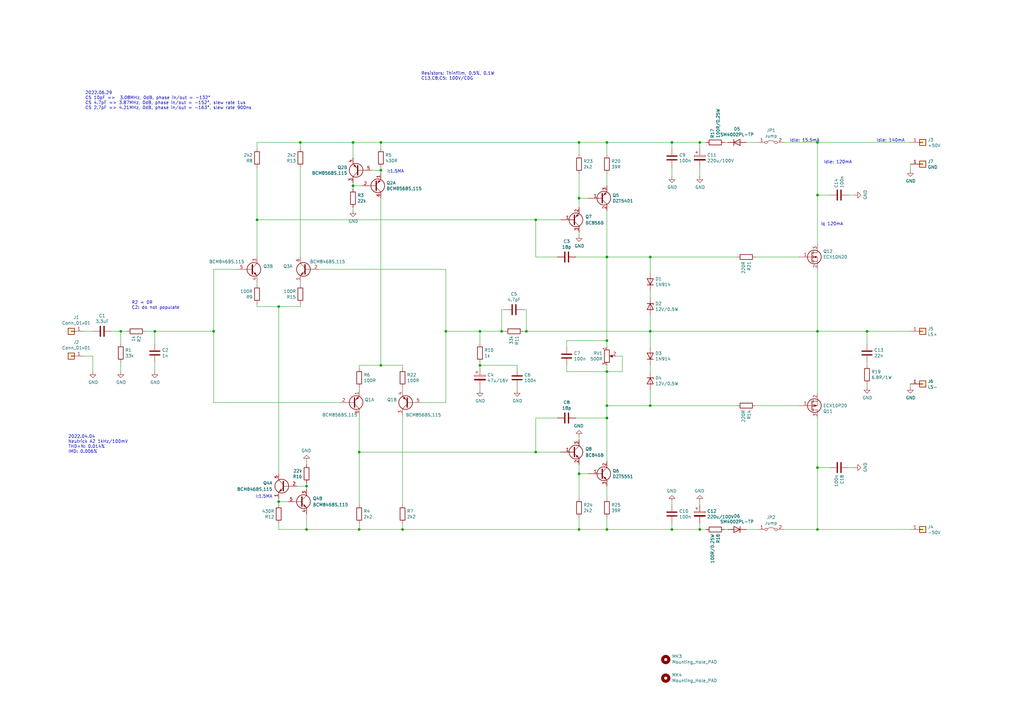
<source format=kicad_sch>
(kicad_sch (version 20211123) (generator eeschema)
  (paper "A3")
  (title_block (title "Lateral MOS FET 80W") (date "2022-04-04") (rev "V3a"))
  (lib_symbols
    (symbol "Connector_Generic:Conn_01x01" (pin_names (offset 1.016) hide)
      (property "Reference" "J" (at 0 2.54 0))
      (property "Value" "Conn_01x01" (at 0 -2.54 0))
      (symbol "Conn_01x01_1_1"
        (rectangle (start -1.27 0.127) (end 0 -0.127) (stroke (width 0.1524)))
        (rectangle (start -1.27 1.27) (end 1.27 -1.27) (stroke (width 0.254)) (fill (type background)))
        (pin passive line (at -5.08 0 0) (length 3.81) (name "Pin_1") (number "1"))
      )
    )
    (symbol "Device:C" (pin_numbers hide) (pin_names (offset 0.254))
      (property "Reference" "C" (at 0.635 2.54 0))
      (property "Value" "C" (at 0.635 -2.54 0))
      (symbol "C_0_1"
        (polyline (pts (xy -2.032 -0.762) (xy 2.032 -0.762)) (stroke (width 0.508)))
        (polyline (pts (xy -2.032 0.762) (xy 2.032 0.762)) (stroke (width 0.508)))
      )
      (symbol "C_1_1"
        (pin passive line (at 0 3.81 270) (length 2.794) (name "~") (number "1"))
        (pin passive line (at 0 -3.81 90) (length 2.794) (name "~") (number "2"))
      )
    )
    (symbol "Device:CP" (pin_numbers hide) (pin_names (offset 0.254))
      (property "Reference" "C" (at 0.635 2.54 0))
      (property "Value" "Device_CP" (at 0.635 -2.54 0))
      (symbol "CP_0_1"
        (rectangle (start -2.286 0.508) (end 2.286 1.016))
        (polyline (pts (xy -1.778 2.286) (xy -0.762 2.286)))
        (polyline (pts (xy -1.27 2.794) (xy -1.27 1.778)))
        (rectangle (start 2.286 -0.508) (end -2.286 -1.016) (fill (type outline)))
      )
      (symbol "CP_1_1"
        (pin passive line (at 0 3.81 270) (length 2.794) (name "~") (number "1"))
        (pin passive line (at 0 -3.81 90) (length 2.794) (name "~") (number "2"))
      )
    )
    (symbol "Device:R" (pin_numbers hide) (pin_names (offset 0))
      (property "Reference" "R" (at 2.032 0 90))
      (property "Value" "R" (at 0 0 90))
      (symbol "R_0_1"
        (rectangle (start -1.016 -2.54) (end 1.016 2.54) (stroke (width 0.254)))
      )
      (symbol "R_1_1"
        (pin passive line (at 0 3.81 270) (length 1.27) (name "~") (number "1"))
        (pin passive line (at 0 -3.81 90) (length 1.27) (name "~") (number "2"))
      )
    )
    (symbol "Device:R_POT" (pin_names (offset 1.016) hide)
      (property "Reference" "RV" (at -4.445 0 90))
      (property "Value" "Device_R_POT" (at -2.54 0 90))
      (symbol "R_POT_0_1"
        (polyline (pts (xy 2.54 0) (xy 1.524 0)))
        (polyline (pts (xy 1.143 0) (xy 2.286 0.508) (xy 2.286 -0.508) (xy 1.143 0)) (fill (type outline)))
        (rectangle (start 1.016 2.54) (end -1.016 -2.54) (stroke (width 0.254)))
      )
      (symbol "R_POT_1_1"
        (pin passive line (at 0 3.81 270) (length 1.27) (name "1") (number "1"))
        (pin passive line (at 3.81 0 180) (length 1.27) (name "2") (number "2"))
        (pin passive line (at 0 -3.81 90) (length 1.27) (name "3") (number "3"))
      )
    )
    (symbol "Diode:1N4002" (pin_numbers hide) (pin_names (offset 1.016) hide)
      (property "Reference" "D" (at 0 2.54 0))
      (property "Value" "1N4002" (at 0 -2.54 0))
      (symbol "1N4002_0_1"
        (polyline (pts (xy -1.27 1.27) (xy -1.27 -1.27)) (stroke (width 0.254)))
        (polyline (pts (xy 1.27 0) (xy -1.27 0)))
        (polyline (pts (xy 1.27 1.27) (xy 1.27 -1.27) (xy -1.27 0) (xy 1.27 1.27)) (stroke (width 0.254)))
      )
      (symbol "1N4002_1_1"
        (pin passive line (at -3.81 0 0) (length 2.54) (name "K") (number "1"))
        (pin passive line (at 3.81 0 180) (length 2.54) (name "A") (number "2"))
      )
    )
    (symbol "Diode:1N4148" (pin_numbers hide) (pin_names (offset 1.016) hide)
      (property "Reference" "D" (at 0 2.54 0))
      (property "Value" "1N4148" (at 0 -2.54 0))
      (symbol "1N4148_0_1"
        (polyline (pts (xy -1.27 1.27) (xy -1.27 -1.27)) (stroke (width 0.254)))
        (polyline (pts (xy 1.27 0) (xy -1.27 0)))
        (polyline (pts (xy 1.27 1.27) (xy 1.27 -1.27) (xy -1.27 0) (xy 1.27 1.27)) (stroke (width 0.254)))
      )
      (symbol "1N4148_1_1"
        (pin passive line (at -3.81 0 0) (length 2.54) (name "K") (number "1"))
        (pin passive line (at 3.81 0 180) (length 2.54) (name "A") (number "2"))
      )
    )
    (symbol "Diode:ZPDxx" (pin_numbers hide) (pin_names (offset 1.016) hide)
      (property "Reference" "D" (at 0 2.54 0))
      (property "Value" "ZPDxx" (at 0 -2.54 0))
      (symbol "ZPDxx_0_1"
        (polyline (pts (xy 1.27 0) (xy -1.27 0)))
        (polyline (pts (xy -1.27 -1.27) (xy -1.27 1.27) (xy -0.762 1.27)) (stroke (width 0.254)))
        (polyline (pts (xy 1.27 -1.27) (xy 1.27 1.27) (xy -1.27 0) (xy 1.27 -1.27)) (stroke (width 0.254)))
      )
      (symbol "ZPDxx_1_1"
        (pin passive line (at -3.81 0 0) (length 2.54) (name "K") (number "1"))
        (pin passive line (at 3.81 0 180) (length 2.54) (name "A") (number "2"))
      )
    )
    (symbol "Jumper:Jumper_2_Bridged" (pin_names (offset 0) hide)
      (property "Reference" "JP" (at 0 1.905 0))
      (property "Value" "Jumper_2_Bridged" (at 0 -2.54 0))
      (symbol "Jumper_2_Bridged_0_0"
        (circle (center -2.032 0) (radius 0.508))
        (circle (center 2.032 0) (radius 0.508))
      )
      (symbol "Jumper_2_Bridged_0_1"
        (arc (start 1.524 0.254) (mid 0 0.762) (end -1.524 0.254))
      )
      (symbol "Jumper_2_Bridged_1_1"
        (pin passive line (at -5.08 0 0) (length 2.54) (name "A") (number "1"))
        (pin passive line (at 5.08 0 180) (length 2.54) (name "B") (number "2"))
      )
    )
    (symbol "Mechanical:MountingHole" (pin_names (offset 1.016))
      (property "Reference" "H" (at 0 5.08 0))
      (property "Value" "MountingHole" (at 0 3.175 0))
      (symbol "MountingHole_0_1"
        (circle (center 0 0) (radius 1.27) (stroke (width 1.27)))
      )
    )
    (symbol "Transistor_BJT:BC846" (pin_names (offset 0) hide)
      (property "Reference" "Q" (at 5.08 1.905 0))
      (property "Value" "BC846" (at 5.08 0 0))
      (symbol "BC846_0_1"
        (polyline (pts (xy 0.635 0.635) (xy 2.54 2.54)))
        (polyline (pts (xy 0.635 -0.635) (xy 2.54 -2.54) (xy 2.54 -2.54)))
        (polyline (pts (xy 0.635 1.905) (xy 0.635 -1.905) (xy 0.635 -1.905)) (stroke (width 0.508)))
        (polyline (pts (xy 1.27 -1.778) (xy 1.778 -1.27) (xy 2.286 -2.286) (xy 1.27 -1.778) (xy 1.27 -1.778)) (fill (type outline)))
        (circle (center 1.27 0) (radius 2.8194) (stroke (width 0.254)))
      )
      (symbol "BC846_1_1"
        (pin input line (at -5.08 0 0) (length 5.715) (name "B") (number "1"))
        (pin passive line (at 2.54 -5.08 90) (length 2.54) (name "E") (number "2"))
        (pin passive line (at 2.54 5.08 270) (length 2.54) (name "C") (number "3"))
      )
    )
    (symbol "Transistor_BJT:BC846BDW1" (pin_names (offset 0) hide)
      (property "Reference" "Q" (at 5.08 1.27 0))
      (property "Value" "BC846BDW1" (at 5.08 -1.27 0))
      (symbol "BC846BDW1_0_1"
        (polyline (pts (xy 0.635 0) (xy -2.54 0)))
        (polyline (pts (xy 0.635 0.635) (xy 2.54 2.54)))
        (polyline (pts (xy 0.635 -0.635) (xy 2.54 -2.54) (xy 2.54 -2.54)))
        (polyline (pts (xy 0.635 1.905) (xy 0.635 -1.905) (xy 0.635 -1.905)) (stroke (width 0.508)))
        (polyline (pts (xy 1.27 -1.778) (xy 1.778 -1.27) (xy 2.286 -2.286) (xy 1.27 -1.778) (xy 1.27 -1.778)) (fill (type outline)))
        (circle (center 1.27 0) (radius 2.8194) (stroke (width 0.254)))
      )
      (symbol "BC846BDW1_1_1"
        (pin passive line (at 2.54 -5.08 90) (length 2.54) (name "E1") (number "1"))
        (pin input line (at -5.08 0 0) (length 2.54) (name "B1") (number "2"))
        (pin passive line (at 2.54 5.08 270) (length 2.54) (name "C1") (number "6"))
      )
      (symbol "BC846BDW1_2_1"
        (pin passive line (at 2.54 5.08 270) (length 2.54) (name "C2") (number "3"))
        (pin passive line (at 2.54 -5.08 90) (length 2.54) (name "E2") (number "4"))
        (pin input line (at -5.08 0 0) (length 2.54) (name "B2") (number "5"))
      )
    )
    (symbol "Transistor_BJT:BC856" (pin_names (offset 0) hide)
      (property "Reference" "Q" (at 5.08 1.905 0))
      (property "Value" "BC856" (at 5.08 0 0))
      (symbol "BC856_0_1"
        (polyline (pts (xy 0.635 0.635) (xy 2.54 2.54)))
        (polyline (pts (xy 0.635 -0.635) (xy 2.54 -2.54) (xy 2.54 -2.54)))
        (polyline (pts (xy 0.635 1.905) (xy 0.635 -1.905) (xy 0.635 -1.905)) (stroke (width 0.508)))
        (polyline (pts (xy 2.286 -1.778) (xy 1.778 -2.286) (xy 1.27 -1.27) (xy 2.286 -1.778) (xy 2.286 -1.778)) (fill (type outline)))
        (circle (center 1.27 0) (radius 2.8194) (stroke (width 0.254)))
      )
      (symbol "BC856_1_1"
        (pin input line (at -5.08 0 0) (length 5.715) (name "B") (number "1"))
        (pin passive line (at 2.54 -5.08 90) (length 2.54) (name "E") (number "2"))
        (pin passive line (at 2.54 5.08 270) (length 2.54) (name "C") (number "3"))
      )
    )
    (symbol "Transistor_BJT:BC856BS" (pin_names (offset 0) hide)
      (property "Reference" "Q" (at 5.08 1.27 0))
      (property "Value" "BC856BS" (at 5.08 -1.27 0))
      (symbol "BC856BS_0_1"
        (polyline (pts (xy 0.635 0) (xy -2.54 0)))
        (polyline (pts (xy 0.635 0.635) (xy 2.54 2.54)))
        (polyline (pts (xy 0.635 -0.635) (xy 2.54 -2.54) (xy 2.54 -2.54)))
        (polyline (pts (xy 0.635 1.905) (xy 0.635 -1.905) (xy 0.635 -1.905)) (stroke (width 0.508)))
        (polyline (pts (xy 2.286 -1.778) (xy 1.778 -2.286) (xy 1.27 -1.27) (xy 2.286 -1.778) (xy 2.286 -1.778)) (fill (type outline)))
        (circle (center 1.27 0) (radius 2.8194) (stroke (width 0.254)))
      )
      (symbol "BC856BS_1_1"
        (pin passive line (at 2.54 -5.08 90) (length 2.54) (name "E1") (number "1"))
        (pin input line (at -5.08 0 0) (length 2.54) (name "B1") (number "2"))
        (pin passive line (at 2.54 5.08 270) (length 2.54) (name "C1") (number "6"))
      )
      (symbol "BC856BS_2_1"
        (pin passive line (at 2.54 5.08 270) (length 2.54) (name "C2") (number "3"))
        (pin passive line (at 2.54 -5.08 90) (length 2.54) (name "E2") (number "4"))
        (pin input line (at -5.08 0 0) (length 2.54) (name "B2") (number "5"))
      )
    )
    (symbol "kicad-snk:DZT5401" (pin_names (offset 0) hide)
      (property "Reference" "Q" (at 5.08 1.905 0))
      (property "Value" "kicad-snk_DZT5401" (at 5.08 0 0))
      (symbol "DZT5401_0_1"
        (polyline (pts (xy 0.635 0.635) (xy 2.54 2.54)))
        (polyline (pts (xy 0.635 -0.635) (xy 2.54 -2.54) (xy 2.54 -2.54)))
        (polyline (pts (xy 0.635 1.905) (xy 0.635 -1.905) (xy 0.635 -1.905)) (stroke (width 0.508)))
        (polyline (pts (xy 2.286 -1.778) (xy 1.778 -2.286) (xy 1.27 -1.27) (xy 2.286 -1.778) (xy 2.286 -1.778)) (fill (type outline)))
        (circle (center 1.27 0) (radius 2.8194) (stroke (width 0.254)))
      )
      (symbol "DZT5401_1_1"
        (pin input line (at -5.08 0 0) (length 5.715) (name "B") (number "1"))
        (pin passive line (at 2.54 5.08 270) (length 2.54) (name "C") (number "2"))
        (pin passive line (at 2.54 -5.08 90) (length 2.54) (name "E") (number "3"))
      )
    )
    (symbol "kicad-snk:DZT5551" (pin_names (offset 0) hide)
      (property "Reference" "Q" (at 5.08 1.905 0))
      (property "Value" "kicad-snk_DZT5551" (at 5.08 0 0))
      (symbol "DZT5551_0_1"
        (polyline (pts (xy 0.635 0.635) (xy 2.54 2.54)))
        (polyline (pts (xy 0.635 -0.635) (xy 2.54 -2.54) (xy 2.54 -2.54)))
        (polyline (pts (xy 0.635 1.905) (xy 0.635 -1.905) (xy 0.635 -1.905)) (stroke (width 0.508)))
        (polyline (pts (xy 1.27 -1.778) (xy 1.778 -1.27) (xy 2.286 -2.286) (xy 1.27 -1.778) (xy 1.27 -1.778)) (fill (type outline)))
        (circle (center 1.27 0) (radius 2.8194) (stroke (width 0.254)))
      )
      (symbol "DZT5551_1_1"
        (pin input line (at -5.08 0 0) (length 5.715) (name "B") (number "1"))
        (pin passive line (at 2.54 5.08 270) (length 2.54) (name "C") (number "2"))
        (pin passive line (at 2.54 -5.08 90) (length 2.54) (name "E") (number "3"))
      )
    )
    (symbol "kicad-snk:Q_NMOS_GSD" (pin_names (offset 0) hide)
      (property "Reference" "Q" (at 7.62 1.27 0))
      (property "Value" "kicad-snk_Q_NMOS_GSD" (at 16.51 -1.27 0))
      (symbol "Q_NMOS_GSD_0_1"
        (polyline (pts (xy 0.762 -1.778) (xy 2.54 -1.778)))
        (polyline (pts (xy 0.762 -1.27) (xy 0.762 -2.286)) (stroke (width 0.254)))
        (polyline (pts (xy 0.762 0) (xy 2.54 0)))
        (polyline (pts (xy 0.762 0.508) (xy 0.762 -0.508)) (stroke (width 0.254)))
        (polyline (pts (xy 0.762 1.778) (xy 2.54 1.778)))
        (polyline (pts (xy 0.762 2.286) (xy 0.762 1.27)) (stroke (width 0.254)))
        (polyline (pts (xy 2.54 -1.778) (xy 2.54 -2.54)))
        (polyline (pts (xy 2.54 -1.778) (xy 2.54 0)))
        (polyline (pts (xy 2.54 2.54) (xy 2.54 1.778)))
        (polyline (pts (xy 0.254 1.905) (xy 0.254 -1.905) (xy 0.254 -1.905)) (stroke (width 0.254)))
        (polyline (pts (xy 1.016 0) (xy 2.032 0.381) (xy 2.032 -0.381) (xy 1.016 0)) (fill (type outline)))
        (circle (center 1.27 0) (radius 2.8194) (stroke (width 0.254)))
      )
      (symbol "Q_NMOS_GSD_1_1"
        (pin input line (at -5.08 0 0) (length 5.334) (name "G") (number "1"))
        (pin passive line (at 2.54 -5.08 90) (length 2.54) (name "S") (number "2"))
        (pin passive line (at 2.54 5.08 270) (length 2.54) (name "D") (number "3"))
      )
    )
    (symbol "kicad-snk:Q_PMOS_GSD" (pin_names (offset 0) hide)
      (property "Reference" "Q" (at 7.62 1.27 0))
      (property "Value" "kicad-snk_Q_PMOS_GSD" (at 16.51 -1.27 0))
      (symbol "Q_PMOS_GSD_0_1"
        (polyline (pts (xy 0.762 -1.778) (xy 2.54 -1.778)))
        (polyline (pts (xy 0.762 -1.27) (xy 0.762 -2.286)) (stroke (width 0.254)))
        (polyline (pts (xy 0.762 0) (xy 2.54 0)))
        (polyline (pts (xy 0.762 0.508) (xy 0.762 -0.508)) (stroke (width 0.254)))
        (polyline (pts (xy 0.762 1.778) (xy 2.54 1.778)))
        (polyline (pts (xy 0.762 2.286) (xy 0.762 1.27)) (stroke (width 0.254)))
        (polyline (pts (xy 2.54 -1.778) (xy 2.54 -2.54)))
        (polyline (pts (xy 2.54 -1.778) (xy 2.54 0)))
        (polyline (pts (xy 2.54 2.54) (xy 2.54 1.778)))
        (polyline (pts (xy 0.254 1.905) (xy 0.254 -1.905) (xy 0.254 -1.905)) (stroke (width 0.254)))
        (polyline (pts (xy 2.286 0) (xy 1.27 -0.381) (xy 1.27 0.381) (xy 2.286 0)) (fill (type outline)))
        (circle (center 1.27 0) (radius 2.8194) (stroke (width 0.254)))
      )
      (symbol "Q_PMOS_GSD_1_1"
        (pin input line (at -5.08 0 0) (length 5.334) (name "G") (number "1"))
        (pin passive line (at 2.54 -5.08 90) (length 2.54) (name "D") (number "2"))
        (pin passive line (at 2.54 5.08 270) (length 2.54) (name "S") (number "3"))
      )
    )
    (symbol "power:GND" (power) (pin_names (offset 0))
      (property "Value" "GND" (at 0 -3.81 0))
      (symbol "GND_0_1"
        (polyline (pts (xy 0 0) (xy 0 -1.27) (xy 1.27 -1.27) (xy 0 -2.54) (xy -1.27 -1.27) (xy 0 -1.27)))
      )
      (symbol "GND_1_1"
        (pin power_in line (at 0 0 270) (length 0) hide (name "GND") (number "1"))
      )
    )
  )
  (junction (at 248.92 58.42))
  (junction (at 266.7 166.37))
  (junction (at 266.7 105.41))
  (junction (at 248.92 166.37))
  (junction (at 266.7 135.89))
  (junction (at 237.49 194.31))
  (junction (at 335.28 217.17))
  (junction (at 219.71 185.42))
  (junction (at 355.6 135.89))
  (junction (at 87.63 135.89))
  (junction (at 114.3 205.74))
  (junction (at 156.21 149.86))
  (junction (at 63.5 135.89))
  (junction (at 248.92 217.17))
  (junction (at 248.92 139.7))
  (junction (at 237.49 58.42))
  (junction (at 248.92 105.41))
  (junction (at 147.32 217.17))
  (junction (at 248.92 171.45))
  (junction (at 49.53 135.89))
  (junction (at 156.21 58.42))
  (junction (at 105.41 90.17))
  (junction (at 248.92 152.4))
  (junction (at 275.59 58.42))
  (junction (at 275.59 217.17))
  (junction (at 125.73 217.17))
  (junction (at 125.73 199.39))
  (junction (at 335.28 191.77))
  (junction (at 287.02 58.42))
  (junction (at 196.85 135.89))
  (junction (at 182.88 135.89))
  (junction (at 165.1 217.17))
  (junction (at 215.9 135.89))
  (junction (at 205.74 135.89))
  (junction (at 335.28 135.89))
  (junction (at 156.21 69.85))
  (junction (at 114.3 125.73))
  (junction (at 144.78 76.2))
  (junction (at 147.32 185.42))
  (junction (at 123.19 58.42))
  (junction (at 144.78 58.42))
  (junction (at 237.49 81.28))
  (junction (at 237.49 217.17))
  (junction (at 196.85 149.86))
  (junction (at 287.02 217.17))
  (junction (at 335.28 80.01))
  (junction (at 335.28 58.42))
  (junction (at 219.71 90.17))
  (wire (pts (xy 38.1 146.05) (xy 34.29 146.05)))
  (wire (pts (xy 219.71 171.45) (xy 219.71 185.42)))
  (wire (pts (xy 236.22 171.45) (xy 248.92 171.45)))
  (wire (pts (xy 255.27 152.4) (xy 255.27 146.05)))
  (wire (pts (xy 205.74 127) (xy 205.74 135.89)))
  (wire (pts (xy 219.71 105.41) (xy 219.71 90.17)))
  (wire (pts (xy 123.19 116.84) (xy 123.19 115.57)))
  (wire (pts (xy 212.09 149.86) (xy 196.85 149.86)))
  (wire (pts (xy 335.28 217.17) (xy 335.28 191.77)))
  (wire (pts (xy 248.92 166.37) (xy 266.7 166.37)))
  (wire (pts (xy 207.01 127) (xy 205.74 127)))
  (wire (pts (xy 212.09 151.13) (xy 212.09 149.86)))
  (wire (pts (xy 165.1 170.18) (xy 165.1 207.01)))
  (wire (pts (xy 266.7 111.76) (xy 266.7 105.41)))
  (wire (pts (xy 237.49 85.09) (xy 237.49 81.28)))
  (wire (pts (xy 275.59 58.42) (xy 275.59 60.96)))
  (wire (pts (xy 125.73 199.39) (xy 121.92 199.39)))
  (wire (pts (xy 34.29 135.89) (xy 38.1 135.89)))
  (wire (pts (xy 152.4 69.85) (xy 156.21 69.85)))
  (wire (pts (xy 266.7 129.54) (xy 266.7 135.89)))
  (wire (pts (xy 275.59 68.58) (xy 275.59 72.39)))
  (wire (pts (xy 340.36 80.01) (xy 335.28 80.01)))
  (wire (pts (xy 340.36 191.77) (xy 335.28 191.77)))
  (wire (pts (xy 248.92 217.17) (xy 275.59 217.17)))
  (wire (pts (xy 125.73 217.17) (xy 147.32 217.17)))
  (wire (pts (xy 144.78 76.2) (xy 148.59 76.2)))
  (wire (pts (xy 63.5 135.89) (xy 87.63 135.89)))
  (wire (pts (xy 237.49 179.07) (xy 237.49 180.34)))
  (wire (pts (xy 287.02 58.42) (xy 287.02 60.96)))
  (wire (pts (xy 123.19 60.96) (xy 123.19 58.42)))
  (wire (pts (xy 335.28 100.33) (xy 335.28 80.01)))
  (wire (pts (xy 321.31 58.42) (xy 335.28 58.42)))
  (wire (pts (xy 139.7 165.1) (xy 87.63 165.1)))
  (wire (pts (xy 196.85 149.86) (xy 196.85 148.59)))
  (wire (pts (xy 105.41 90.17) (xy 105.41 68.58)))
  (wire (pts (xy 248.92 152.4) (xy 255.27 152.4)))
  (wire (pts (xy 335.28 110.49) (xy 335.28 135.89)))
  (wire (pts (xy 147.32 170.18) (xy 147.32 185.42)))
  (wire (pts (xy 248.92 58.42) (xy 237.49 58.42)))
  (wire (pts (xy 298.45 58.42) (xy 297.18 58.42)))
  (wire (pts (xy 105.41 60.96) (xy 105.41 58.42)))
  (wire (pts (xy 63.5 140.97) (xy 63.5 135.89)))
  (wire (pts (xy 237.49 217.17) (xy 248.92 217.17)))
  (wire (pts (xy 309.88 166.37) (xy 327.66 166.37)))
  (wire (pts (xy 165.1 217.17) (xy 237.49 217.17)))
  (wire (pts (xy 105.41 124.46) (xy 105.41 125.73)))
  (wire (pts (xy 105.41 105.41) (xy 105.41 90.17)))
  (wire (pts (xy 248.92 204.47) (xy 248.92 199.39)))
  (wire (pts (xy 248.92 152.4) (xy 248.92 166.37)))
  (wire (pts (xy 266.7 160.02) (xy 266.7 166.37)))
  (wire (pts (xy 219.71 90.17) (xy 229.87 90.17)))
  (wire (pts (xy 248.92 166.37) (xy 248.92 171.45)))
  (wire (pts (xy 165.1 158.75) (xy 165.1 160.02)))
  (wire (pts (xy 373.38 67.31) (xy 373.38 69.85)))
  (wire (pts (xy 248.92 142.24) (xy 248.92 139.7)))
  (wire (pts (xy 125.73 190.5) (xy 125.73 189.23)))
  (wire (pts (xy 228.6 171.45) (xy 219.71 171.45)))
  (wire (pts (xy 144.78 74.93) (xy 144.78 76.2)))
  (wire (pts (xy 156.21 58.42) (xy 144.78 58.42)))
  (wire (pts (xy 335.28 80.01) (xy 335.28 58.42)))
  (wire (pts (xy 123.19 58.42) (xy 105.41 58.42)))
  (wire (pts (xy 248.92 149.86) (xy 248.92 152.4)))
  (wire (pts (xy 144.78 58.42) (xy 144.78 64.77)))
  (wire (pts (xy 248.92 76.2) (xy 248.92 71.12)))
  (wire (pts (xy 182.88 110.49) (xy 182.88 135.89)))
  (wire (pts (xy 105.41 90.17) (xy 219.71 90.17)))
  (wire (pts (xy 335.28 171.45) (xy 335.28 191.77)))
  (wire (pts (xy 266.7 105.41) (xy 302.26 105.41)))
  (wire (pts (xy 355.6 140.97) (xy 355.6 135.89)))
  (wire (pts (xy 63.5 152.4) (xy 63.5 148.59)))
  (wire (pts (xy 147.32 185.42) (xy 147.32 207.01)))
  (wire (pts (xy 49.53 152.4) (xy 49.53 148.59)))
  (wire (pts (xy 355.6 158.75) (xy 355.6 157.48)))
  (wire (pts (xy 237.49 58.42) (xy 237.49 63.5)))
  (wire (pts (xy 147.32 158.75) (xy 147.32 160.02)))
  (wire (pts (xy 237.49 71.12) (xy 237.49 81.28)))
  (wire (pts (xy 248.92 217.17) (xy 248.92 212.09)))
  (wire (pts (xy 125.73 199.39) (xy 125.73 198.12)))
  (wire (pts (xy 232.41 142.24) (xy 232.41 139.7)))
  (wire (pts (xy 125.73 200.66) (xy 125.73 199.39)))
  (wire (pts (xy 165.1 149.86) (xy 156.21 149.86)))
  (wire (pts (xy 309.88 105.41) (xy 327.66 105.41)))
  (wire (pts (xy 350.52 80.01) (xy 347.98 80.01)))
  (wire (pts (xy 147.32 214.63) (xy 147.32 217.17)))
  (wire (pts (xy 287.02 217.17) (xy 275.59 217.17)))
  (wire (pts (xy 215.9 135.89) (xy 215.9 127)))
  (wire (pts (xy 105.41 125.73) (xy 114.3 125.73)))
  (wire (pts (xy 237.49 95.25) (xy 237.49 96.52)))
  (wire (pts (xy 287.02 214.63) (xy 287.02 217.17)))
  (wire (pts (xy 156.21 58.42) (xy 156.21 60.96)))
  (wire (pts (xy 196.85 135.89) (xy 196.85 140.97)))
  (wire (pts (xy 114.3 205.74) (xy 114.3 204.47)))
  (wire (pts (xy 355.6 149.86) (xy 355.6 148.59)))
  (wire (pts (xy 147.32 185.42) (xy 219.71 185.42)))
  (wire (pts (xy 182.88 110.49) (xy 130.81 110.49)))
  (wire (pts (xy 114.3 125.73) (xy 114.3 194.31)))
  (wire (pts (xy 156.21 149.86) (xy 147.32 149.86)))
  (wire (pts (xy 172.72 165.1) (xy 182.88 165.1)))
  (wire (pts (xy 144.78 85.09) (xy 144.78 86.36)))
  (wire (pts (xy 196.85 151.13) (xy 196.85 149.86)))
  (wire (pts (xy 212.09 160.02) (xy 212.09 158.75)))
  (wire (pts (xy 335.28 58.42) (xy 373.38 58.42)))
  (wire (pts (xy 49.53 140.97) (xy 49.53 135.89)))
  (wire (pts (xy 165.1 151.13) (xy 165.1 149.86)))
  (wire (pts (xy 373.38 135.89) (xy 355.6 135.89)))
  (wire (pts (xy 289.56 58.42) (xy 287.02 58.42)))
  (wire (pts (xy 237.49 194.31) (xy 241.3 194.31)))
  (wire (pts (xy 232.41 149.86) (xy 232.41 152.4)))
  (wire (pts (xy 123.19 58.42) (xy 144.78 58.42)))
  (wire (pts (xy 248.92 58.42) (xy 248.92 63.5)))
  (wire (pts (xy 215.9 135.89) (xy 266.7 135.89)))
  (wire (pts (xy 165.1 214.63) (xy 165.1 217.17)))
  (wire (pts (xy 287.02 68.58) (xy 287.02 72.39)))
  (wire (pts (xy 147.32 149.86) (xy 147.32 151.13)))
  (wire (pts (xy 355.6 135.89) (xy 335.28 135.89)))
  (wire (pts (xy 45.72 135.89) (xy 49.53 135.89)))
  (wire (pts (xy 266.7 152.4) (xy 266.7 149.86)))
  (wire (pts (xy 105.41 116.84) (xy 105.41 115.57)))
  (wire (pts (xy 87.63 135.89) (xy 87.63 110.49)))
  (wire (pts (xy 237.49 190.5) (xy 237.49 194.31)))
  (wire (pts (xy 87.63 165.1) (xy 87.63 135.89)))
  (wire (pts (xy 275.59 207.01) (xy 275.59 205.74)))
  (wire (pts (xy 237.49 212.09) (xy 237.49 217.17)))
  (wire (pts (xy 196.85 160.02) (xy 196.85 158.75)))
  (wire (pts (xy 63.5 135.89) (xy 59.69 135.89)))
  (wire (pts (xy 350.52 191.77) (xy 347.98 191.77)))
  (wire (pts (xy 248.92 171.45) (xy 248.92 189.23)))
  (wire (pts (xy 248.92 105.41) (xy 248.92 86.36)))
  (wire (pts (xy 156.21 81.28) (xy 156.21 149.86)))
  (wire (pts (xy 182.88 135.89) (xy 182.88 165.1)))
  (wire (pts (xy 232.41 152.4) (xy 248.92 152.4)))
  (wire (pts (xy 156.21 68.58) (xy 156.21 69.85)))
  (wire (pts (xy 252.73 146.05) (xy 255.27 146.05)))
  (wire (pts (xy 248.92 139.7) (xy 248.92 105.41)))
  (wire (pts (xy 114.3 207.01) (xy 114.3 205.74)))
  (wire (pts (xy 266.7 166.37) (xy 302.26 166.37)))
  (wire (pts (xy 306.07 217.17) (xy 311.15 217.17)))
  (wire (pts (xy 219.71 185.42) (xy 229.87 185.42)))
  (wire (pts (xy 298.45 217.17) (xy 297.18 217.17)))
  (wire (pts (xy 335.28 217.17) (xy 373.38 217.17)))
  (wire (pts (xy 123.19 125.73) (xy 123.19 124.46)))
  (wire (pts (xy 147.32 217.17) (xy 165.1 217.17)))
  (wire (pts (xy 287.02 205.74) (xy 287.02 207.01)))
  (wire (pts (xy 125.73 217.17) (xy 125.73 210.82)))
  (wire (pts (xy 248.92 105.41) (xy 266.7 105.41)))
  (wire (pts (xy 87.63 110.49) (xy 97.79 110.49)))
  (wire (pts (xy 266.7 142.24) (xy 266.7 135.89)))
  (wire (pts (xy 321.31 217.17) (xy 335.28 217.17)))
  (wire (pts (xy 114.3 217.17) (xy 125.73 217.17)))
  (wire (pts (xy 236.22 105.41) (xy 248.92 105.41)))
  (wire (pts (xy 52.07 135.89) (xy 49.53 135.89)))
  (wire (pts (xy 38.1 152.4) (xy 38.1 146.05)))
  (wire (pts (xy 205.74 135.89) (xy 196.85 135.89)))
  (wire (pts (xy 214.63 135.89) (xy 215.9 135.89)))
  (wire (pts (xy 207.01 135.89) (xy 205.74 135.89)))
  (wire (pts (xy 215.9 127) (xy 214.63 127)))
  (wire (pts (xy 182.88 135.89) (xy 196.85 135.89)))
  (wire (pts (xy 144.78 76.2) (xy 144.78 77.47)))
  (wire (pts (xy 232.41 139.7) (xy 248.92 139.7)))
  (wire (pts (xy 156.21 69.85) (xy 156.21 71.12)))
  (wire (pts (xy 275.59 214.63) (xy 275.59 217.17)))
  (wire (pts (xy 118.11 205.74) (xy 114.3 205.74)))
  (wire (pts (xy 275.59 58.42) (xy 248.92 58.42)))
  (wire (pts (xy 306.07 58.42) (xy 311.15 58.42)))
  (wire (pts (xy 228.6 105.41) (xy 219.71 105.41)))
  (wire (pts (xy 266.7 135.89) (xy 335.28 135.89)))
  (wire (pts (xy 237.49 194.31) (xy 237.49 204.47)))
  (wire (pts (xy 156.21 58.42) (xy 237.49 58.42)))
  (wire (pts (xy 266.7 121.92) (xy 266.7 119.38)))
  (wire (pts (xy 287.02 58.42) (xy 275.59 58.42)))
  (wire (pts (xy 123.19 105.41) (xy 123.19 68.58)))
  (wire (pts (xy 289.56 217.17) (xy 287.02 217.17)))
  (wire (pts (xy 237.49 81.28) (xy 241.3 81.28)))
  (wire (pts (xy 335.28 135.89) (xy 335.28 161.29)))
  (wire (pts (xy 114.3 217.17) (xy 114.3 214.63)))
  (wire (pts (xy 373.38 158.75) (xy 373.38 157.48)))
  (wire (pts (xy 114.3 125.73) (xy 123.19 125.73)))
  (text "2022.04.04\nNeutrick A2 1kHz/100mV\nTHD+N: 0.014%\nIMD: 0.006%" (at 27.94 186.055 0) (effects (font (size 1.27 1.27)) (justify left bottom)))
  (text "I:1.5MA" (at 111.76 204.47 180) (effects (font (size 1.27 1.27)) (justify right bottom)))
  (text "Resistors: Thinfilm, 0.5%, 0.1W\nC13,C8,C5: 100V/C0G\n" (at 172.72 33.02 0) (effects (font (size 1.27 1.27)) (justify left bottom)))
  (text "2022.06.29\nC5 10pF =>  3.08MHz, 0dB, phase in/out = -132°\nC5 4.7pF => 3.87MHz, 0dB, phase in/out = -152°, slew rate 1us\nC5 2.7pF => 4.21MHz, 0dB, phase in/out = -163°, slew rate 900ns\n" (at 34.925 45.085 0) (effects (font (size 1.27 1.27)) (justify left bottom)))
  (text "Idle: 120mA" (at 337.82 67.31 0) (effects (font (size 1.27 1.27)) (justify left bottom)))
  (text "Iq 120mA" (at 336.55 92.71 0) (effects (font (size 1.27 1.27)) (justify left bottom)))
  (text "Idle: 15.5mA" (at 323.85 58.42 0) (effects (font (size 1.27 1.27)) (justify left bottom)))
  (text "Idle: 140mA" (at 359.41 58.42 0) (effects (font (size 1.27 1.27)) (justify left bottom)))
  (text "R2 = 0R\nC2: do not populate" (at 53.975 127 0) (effects (font (size 1.27 1.27)) (justify left bottom)))
  (text "I:1.5MA" (at 158.75 71.12 0) (effects (font (size 1.27 1.27)) (justify left bottom)))
  (symbol (lib_id "Device:R") (at 55.88 135.89 270) (unit 1)
    (property "Reference" "R2" (at 57.0484 137.668 0) (effects (justify left)))
    (property "Value" "1k" (at 54.737 137.668 0) (effects (justify left)))
    (property "Footprint" "Resistor_SMD:R_0805_2012Metric_Pad1.20x1.40mm_HandSolder" (effects hide))
  )
  (symbol (lib_id "Device:C") (at 63.5 144.78 0) (unit 1)
    (property "Reference" "C2" (at 66.421 143.6116 0) (effects (justify left)))
    (property "Value" "1n" (at 66.421 145.923 0) (effects (justify left)))
    (property "Footprint" "Capacitor_THT:C_Rect_L7.2mm_W2.5mm_P5.00mm_FKS2_FKP2_MKS2_MKP2" (effects hide))
  )
  (symbol (lib_id "Device:C") (at 41.91 135.89 270) (unit 1)
    (property "Reference" "C1" (at 41.91 129.4892 90))
    (property "Value" "3.3uF" (at 41.91 131.8006 90))
    (property "Footprint" "Capacitor_THT:C_Rect_L7.2mm_W7.2mm_P5.00mm_FKS2_FKP2_MKS2_MKP2" (effects hide))
  )
  (symbol (lib_id "power:GND") (at 49.53 152.4 0) (unit 1)
    (property "Reference" "#PWR0101" (effects hide))
    (property "Value" "GND" (at 49.657 156.7942 0))
  )
  (symbol (lib_id "Device:R") (at 49.53 144.78 0) (unit 1)
    (property "Reference" "R1" (at 51.308 143.6116 0) (effects (justify left)))
    (property "Value" "33k" (at 51.308 145.923 0) (effects (justify left)))
    (property "Footprint" "Resistor_SMD:R_0805_2012Metric_Pad1.20x1.40mm_HandSolder" (effects hide))
  )
  (symbol (lib_id "power:GND") (at 38.1 152.4 0) (unit 1)
    (property "Reference" "#PWR0102" (effects hide))
    (property "Value" "GND" (at 38.227 156.7942 0))
  )
  (symbol (lib_id "Connector_Generic:Conn_01x01") (at 29.21 135.89 180) (unit 1)
    (property "Reference" "J1" (at 31.2928 130.175 0))
    (property "Value" "Conn_01x01" (at 31.2928 132.4864 0))
    (property "Footprint" "Connector_Pin:Pin_D1.0mm_L10.0mm" (effects hide))
  )
  (symbol (lib_id "Connector_Generic:Conn_01x01") (at 29.21 146.05 180) (unit 1)
    (property "Reference" "J2" (at 31.2928 140.335 0))
    (property "Value" "Conn_01x01" (at 31.2928 142.6464 0))
    (property "Footprint" "Connector_Pin:Pin_D1.0mm_L10.0mm" (effects hide))
  )
  (symbol (lib_id "Device:R") (at 147.32 154.94 0) (unit 1)
    (property "Reference" "R6" (at 149.098 153.7716 0) (effects (justify left)))
    (property "Value" "100R" (at 149.098 156.083 0) (effects (justify left)))
    (property "Footprint" "Resistor_SMD:R_0805_2012Metric_Pad1.20x1.40mm_HandSolder" (effects hide))
  )
  (symbol (lib_id "Device:R") (at 144.78 81.28 0) (unit 1)
    (property "Reference" "R3" (at 146.558 80.1116 0) (effects (justify left)))
    (property "Value" "22k" (at 146.558 82.423 0) (effects (justify left)))
    (property "Footprint" "Resistor_SMD:R_0805_2012Metric_Pad1.20x1.40mm_HandSolder" (effects hide))
  )
  (symbol (lib_id "power:GND") (at 144.78 86.36 0) (unit 1)
    (property "Reference" "#PWR0103" (effects hide))
    (property "Value" "GND" (at 144.907 90.7542 0))
  )
  (symbol (lib_id "Device:R") (at 156.21 64.77 0) (unit 1)
    (property "Reference" "R5" (at 157.988 63.6016 0) (effects (justify left)))
    (property "Value" "430R" (at 157.988 65.913 0) (effects (justify left)))
    (property "Footprint" "Resistor_SMD:R_0805_2012Metric_Pad1.20x1.40mm_HandSolder" (effects hide))
  )
  (symbol (lib_id "Device:CP") (at 196.85 154.94 0) (unit 1)
    (property "Reference" "C4" (at 199.8472 153.7716 0) (effects (justify left)))
    (property "Value" "47u/16V" (at 199.8472 156.083 0) (effects (justify left)))
    (property "Footprint" "Capacitor_THT:CP_Radial_D5.0mm_P2.00mm" (effects hide))
  )
  (symbol (lib_id "Device:C") (at 212.09 154.94 0) (unit 1)
    (property "Reference" "C6" (at 215.011 153.7716 0) (effects (justify left)))
    (property "Value" "100n" (at 215.011 156.083 0) (effects (justify left)))
    (property "Footprint" "Capacitor_THT:C_Rect_L7.2mm_W2.5mm_P5.00mm_FKS2_FKP2_MKS2_MKP2" (effects hide))
  )
  (symbol (lib_id "Device:R") (at 196.85 144.78 0) (unit 1)
    (property "Reference" "R10" (at 198.628 143.6116 0) (effects (justify left)))
    (property "Value" "1k" (at 198.628 145.923 0) (effects (justify left)))
    (property "Footprint" "Resistor_SMD:R_0805_2012Metric_Pad1.20x1.40mm_HandSolder" (effects hide))
  )
  (symbol (lib_id "Device:R") (at 165.1 210.82 0) (unit 1)
    (property "Reference" "R7" (at 166.878 209.6516 0) (effects (justify left)))
    (property "Value" "2k2" (at 166.878 211.963 0) (effects (justify left)))
    (property "Footprint" "Resistor_SMD:R_0805_2012Metric_Pad1.20x1.40mm_HandSolder" (effects hide))
  )
  (symbol (lib_id "Device:R") (at 147.32 210.82 0) (unit 1)
    (property "Reference" "R4" (at 149.098 209.6516 0) (effects (justify left)))
    (property "Value" "2k2" (at 149.098 211.963 0) (effects (justify left)))
    (property "Footprint" "Resistor_SMD:R_0805_2012Metric_Pad1.20x1.40mm_HandSolder" (effects hide))
  )
  (symbol (lib_id "power:GND") (at 63.5 152.4 0) (unit 1)
    (property "Reference" "#PWR0104" (effects hide))
    (property "Value" "GND" (at 63.627 156.7942 0))
  )
  (symbol (lib_id "Device:R") (at 210.82 135.89 270) (unit 1)
    (property "Reference" "R11" (at 211.9884 137.668 0) (effects (justify left)))
    (property "Value" "33k" (at 209.677 137.668 0) (effects (justify left)))
    (property "Footprint" "Resistor_SMD:R_0805_2012Metric_Pad1.20x1.40mm_HandSolder" (effects hide))
  )
  (symbol (lib_id "Device:C") (at 210.82 127 270) (unit 1)
    (property "Reference" "C5" (at 210.82 120.5992 90))
    (property "Value" "4.7pF" (at 210.82 122.9106 90))
    (property "Footprint" "Capacitor_SMD:C_0805_2012Metric_Pad1.18x1.45mm_HandSolder" (effects hide))
  )
  (symbol (lib_id "Connector_Generic:Conn_01x01") (at 378.46 58.42 0) (unit 1)
    (property "Reference" "J3" (at 380.492 57.3532 0) (effects (justify left)))
    (property "Value" "+50V" (at 380.492 59.6646 0) (effects (justify left)))
    (property "Footprint" "kicad-snk:TE-726386-2_Pitch5.08mm_Drill1.3mm" (effects hide))
  )
  (symbol (lib_id "Connector_Generic:Conn_01x01") (at 378.46 217.17 0) (unit 1)
    (property "Reference" "J4" (at 380.492 216.1032 0) (effects (justify left)))
    (property "Value" "-50V" (at 380.492 218.4146 0) (effects (justify left)))
    (property "Footprint" "kicad-snk:TE-726386-2_Pitch5.08mm_Drill1.3mm" (effects hide))
  )
  (symbol (lib_id "power:GND") (at 355.6 158.75 0) (unit 1)
    (property "Reference" "#PWR0109" (effects hide))
    (property "Value" "GND" (at 355.727 163.1442 0))
  )
  (symbol (lib_id "Connector_Generic:Conn_01x01") (at 378.46 157.48 0) (unit 1)
    (property "Reference" "J6" (at 380.492 156.4132 0) (effects (justify left)))
    (property "Value" "LS-" (at 380.492 158.7246 0) (effects (justify left)))
    (property "Footprint" "kicad-snk:TE-726386-2_Pitch5.08mm_Drill1.3mm" (effects hide))
  )
  (symbol (lib_id "Connector_Generic:Conn_01x01") (at 378.46 135.89 0) (unit 1)
    (property "Reference" "J5" (at 380.492 134.8232 0) (effects (justify left)))
    (property "Value" "LS+" (at 380.492 137.1346 0) (effects (justify left)))
    (property "Footprint" "kicad-snk:TE-726386-2_Pitch5.08mm_Drill1.3mm" (effects hide))
  )
  (symbol (lib_id "power:GND") (at 373.38 158.75 0) (unit 1)
    (property "Reference" "#PWR0110" (effects hide))
    (property "Value" "GND" (at 373.507 163.1442 0))
  )
  (symbol (lib_id "Device:R_POT") (at 248.92 146.05 0) (unit 1)
    (property "Reference" "RV1" (at 247.1674 144.8816 0) (effects (justify right)))
    (property "Value" "500R" (at 247.1674 147.193 0) (effects (justify right)))
    (property "Footprint" "Potentiometer_THT:Potentiometer_Bourns_3296W_Vertical" (effects hide))
  )
  (symbol (lib_id "Device:C") (at 232.41 146.05 180) (unit 1)
    (property "Reference" "C7" (at 235.331 144.8816 0) (effects (justify right)))
    (property "Value" "100n" (at 235.331 147.193 0) (effects (justify right)))
    (property "Footprint" "Capacitor_THT:C_Rect_L7.2mm_W2.5mm_P5.00mm_FKS2_FKP2_MKS2_MKP2" (effects hide))
  )
  (symbol (lib_id "Diode:1N4148") (at 266.7 115.57 90) (unit 1)
    (property "Reference" "D1" (at 268.732 114.4016 90) (effects (justify right)))
    (property "Value" "1N914" (at 268.732 116.713 90) (effects (justify right)))
    (property "Footprint" "Diode_SMD:D_SOD-123" (effects hide))
    (property "Datasheet" "https://assets.nexperia.com/documents/data-sheet/1N4148_1N4448.pdf" (effects hide))
  )
  (symbol (lib_id "Diode:ZPDxx") (at 266.7 125.73 270) (unit 1)
    (property "Reference" "D2" (at 268.732 124.5616 90) (effects (justify left)))
    (property "Value" "12V/0.5W" (at 268.732 126.873 90) (effects (justify left)))
    (property "Footprint" "Diode_SMD:D_SOD-123" (effects hide))
    (property "Datasheet" "http://diotec.com/tl_files/diotec/files/pdf/datasheets/zpd1" (effects hide))
  )
  (symbol (lib_id "Diode:1N4148") (at 266.7 146.05 90) (unit 1)
    (property "Reference" "D3" (at 268.732 144.8816 90) (effects (justify right)))
    (property "Value" "1N914" (at 268.732 147.193 90) (effects (justify right)))
    (property "Footprint" "Diode_SMD:D_SOD-123" (effects hide))
    (property "Datasheet" "https://assets.nexperia.com/documents/data-sheet/1N4148_1N4448.pdf" (effects hide))
  )
  (symbol (lib_id "Diode:ZPDxx") (at 266.7 156.21 270) (unit 1)
    (property "Reference" "D4" (at 268.732 155.0416 90) (effects (justify left)))
    (property "Value" "12V/0.5W" (at 268.732 157.353 90) (effects (justify left)))
    (property "Footprint" "Diode_SMD:D_SOD-123" (effects hide))
    (property "Datasheet" "http://diotec.com/tl_files/diotec/files/pdf/datasheets/zpd1" (effects hide))
  )
  (symbol (lib_id "Device:R") (at 306.07 166.37 270) (unit 1)
    (property "Reference" "R14" (at 307.2384 168.148 0) (effects (justify left)))
    (property "Value" "220R" (at 304.927 168.148 0) (effects (justify left)))
    (property "Footprint" "Resistor_SMD:R_0805_2012Metric_Pad1.20x1.40mm_HandSolder" (effects hide))
  )
  (symbol (lib_id "kicad-snk:Q_PMOS_GSD") (at 332.74 166.37 0) (mirror x) (unit 1)
    (property "Reference" "Q11" (at 337.5914 168.6814 0) (effects (justify left)))
    (property "Value" "ECX10P20" (at 337.5914 166.37 0) (effects (justify left)))
    (property "Footprint" "Package_TO_SOT_THT:TO-247-3_Horizontal_TabUp" (effects hide))
  )
  (symbol (lib_id "Connector_Generic:Conn_01x01") (at 378.46 67.31 0) (unit 1)
    (property "Reference" "J7" (at 380.492 66.2432 0) (effects (justify left)))
    (property "Value" "GND" (at 380.492 68.5546 0) (effects (justify left)))
    (property "Footprint" "kicad-snk:TE-726386-2_Pitch5.08mm_Drill1.3mm" (effects hide))
  )
  (symbol (lib_id "Device:R") (at 355.6 153.67 0) (unit 1)
    (property "Reference" "R19" (at 357.378 152.5016 0) (effects (justify left)))
    (property "Value" "6.8R/1W" (at 357.378 154.813 0) (effects (justify left)))
    (property "Footprint" "Resistor_SMD:R_MELF_MMB-0207" (effects hide))
  )
  (symbol (lib_id "power:GND") (at 373.38 69.85 0) (unit 1)
    (property "Reference" "#PWR0111" (effects hide))
    (property "Value" "GND" (at 373.507 74.2442 0))
  )
  (symbol (lib_id "Device:C") (at 355.6 144.78 0) (unit 1)
    (property "Reference" "C13" (at 358.521 143.6116 0) (effects (justify left)))
    (property "Value" "22n" (at 358.521 145.923 0) (effects (justify left)))
    (property "Footprint" "Capacitor_THT:C_Rect_L7.2mm_W2.5mm_P5.00mm_FKS2_FKP2_MKS2_MKP2" (effects hide))
  )
  (symbol (lib_id "Device:CP") (at 287.02 64.77 0) (unit 1)
    (property "Reference" "C11" (at 290.0172 63.6016 0) (effects (justify left)))
    (property "Value" "220u/100V" (at 290.0172 65.913 0) (effects (justify left)))
    (property "Footprint" "Capacitor_THT:CP_Radial_D12.5mm_P5.00mm" (effects hide))
  )
  (symbol (lib_id "Device:C") (at 275.59 64.77 0) (unit 1)
    (property "Reference" "C9" (at 278.511 63.6016 0) (effects (justify left)))
    (property "Value" "100n" (at 278.511 65.913 0) (effects (justify left)))
    (property "Footprint" "Capacitor_THT:C_Rect_L7.2mm_W2.5mm_P5.00mm_FKS2_FKP2_MKS2_MKP2" (effects hide))
  )
  (symbol (lib_id "Diode:1N4002") (at 302.26 58.42 0) (unit 1)
    (property "Reference" "D5" (at 302.26 52.9082 0))
    (property "Value" "SM4002PL-TP" (at 302.26 55.2196 0))
    (property "Footprint" "Diode_SMD:D_SOD-123F" (effects hide))
    (property "Datasheet" "http://www.vishay.com/docs/88503/1n4001.pdf" (effects hide))
  )
  (symbol (lib_id "Device:R") (at 293.37 58.42 90) (unit 1)
    (property "Reference" "R17" (at 292.2016 56.642 0) (effects (justify left)))
    (property "Value" "100R/0.25W" (at 294.513 56.642 0) (effects (justify left)))
    (property "Footprint" "Resistor_SMD:R_0805_2012Metric_Pad1.20x1.40mm_HandSolder" (effects hide))
  )
  (symbol (lib_id "Device:CP") (at 287.02 210.82 0) (unit 1)
    (property "Reference" "C12" (at 290.0172 209.6516 0) (effects (justify left)))
    (property "Value" "220u/100V" (at 290.0172 211.963 0) (effects (justify left)))
    (property "Footprint" "Capacitor_THT:CP_Radial_D12.5mm_P5.00mm" (effects hide))
  )
  (symbol (lib_id "Device:C") (at 275.59 210.82 0) (unit 1)
    (property "Reference" "C10" (at 278.511 209.6516 0) (effects (justify left)))
    (property "Value" "100n" (at 278.511 211.963 0) (effects (justify left)))
    (property "Footprint" "Capacitor_THT:C_Rect_L7.2mm_W2.5mm_P5.00mm_FKS2_FKP2_MKS2_MKP2" (effects hide))
  )
  (symbol (lib_id "Mechanical:MountingHole") (at 273.05 270.51 0) (unit 1)
    (property "Reference" "MK3" (at 275.59 269.2146 0) (effects (justify left)))
    (property "Value" "Mounting_Hole_PAD" (at 275.59 271.526 0) (effects (justify left)))
    (property "Footprint" "MountingHole:MountingHole_3.2mm_M3_Pad_Via" (effects hide))
  )
  (symbol (lib_id "Mechanical:MountingHole") (at 273.05 278.13 0) (unit 1)
    (property "Reference" "MK4" (at 275.59 276.8346 0) (effects (justify left)))
    (property "Value" "Mounting_Hole_PAD" (at 275.59 279.146 0) (effects (justify left)))
    (property "Footprint" "MountingHole:MountingHole_3.2mm_M3_Pad_Via" (effects hide))
  )
  (symbol (lib_id "Device:R") (at 293.37 217.17 270) (unit 1)
    (property "Reference" "R18" (at 294.5384 218.948 0) (effects (justify left)))
    (property "Value" "100R/0.25W" (at 292.227 218.948 0) (effects (justify left)))
    (property "Footprint" "Resistor_SMD:R_0805_2012Metric_Pad1.20x1.40mm_HandSolder" (effects hide))
  )
  (symbol (lib_id "Diode:1N4002") (at 302.26 217.17 180) (unit 1)
    (property "Reference" "D6" (at 302.26 211.6582 0))
    (property "Value" "SM4002PL-TP" (at 302.26 213.9696 0))
    (property "Footprint" "Diode_SMD:D_SOD-123F" (effects hide))
    (property "Datasheet" "http://www.vishay.com/docs/88503/1n4001.pdf" (effects hide))
  )
  (symbol (lib_id "power:GND") (at 275.59 72.39 0) (unit 1)
    (property "Reference" "#PWR0112" (effects hide))
    (property "Value" "GND" (at 275.717 76.7842 0))
  )
  (symbol (lib_id "power:GND") (at 287.02 72.39 0) (unit 1)
    (property "Reference" "#PWR0113" (effects hide))
    (property "Value" "GND" (at 287.147 76.7842 0))
  )
  (symbol (lib_id "Device:R") (at 306.07 105.41 270) (unit 1)
    (property "Reference" "R21" (at 307.2384 107.188 0) (effects (justify left)))
    (property "Value" "220R" (at 304.927 107.188 0) (effects (justify left)))
    (property "Footprint" "Resistor_SMD:R_0805_2012Metric_Pad1.20x1.40mm_HandSolder" (effects hide))
  )
  (symbol (lib_id "kicad-snk:Q_NMOS_GSD") (at 332.74 105.41 0) (unit 1)
    (property "Reference" "Q12" (at 337.5914 103.0986 0) (effects (justify left)))
    (property "Value" "ECX10N20" (at 337.5914 105.41 0) (effects (justify left)))
    (property "Footprint" "Package_TO_SOT_THT:TO-247-3_Horizontal_TabUp" (effects hide))
  )
  (symbol (lib_id "Device:R") (at 248.92 67.31 0) (unit 1)
    (property "Reference" "R20" (at 250.698 66.1416 0) (effects (justify left)))
    (property "Value" "39R" (at 250.698 68.453 0) (effects (justify left)))
    (property "Footprint" "Resistor_SMD:R_0805_2012Metric_Pad1.20x1.40mm_HandSolder" (effects hide))
  )
  (symbol (lib_id "power:GND") (at 196.85 160.02 0) (unit 1)
    (property "Reference" "#PWR0105" (effects hide))
    (property "Value" "GND" (at 196.977 164.4142 0))
  )
  (symbol (lib_id "power:GND") (at 212.09 160.02 0) (unit 1)
    (property "Reference" "#PWR0106" (effects hide))
    (property "Value" "GND" (at 212.217 164.4142 0))
  )
  (symbol (lib_id "Device:C") (at 344.17 191.77 270) (unit 1)
    (property "Reference" "C18" (at 345.3384 194.691 0) (effects (justify left)))
    (property "Value" "100n" (at 343.027 194.691 0) (effects (justify left)))
    (property "Footprint" "Capacitor_THT:C_Rect_L7.2mm_W2.5mm_P5.00mm_FKS2_FKP2_MKS2_MKP2" (effects hide))
  )
  (symbol (lib_id "Device:C") (at 344.17 80.01 90) (unit 1)
    (property "Reference" "C14" (at 343.0016 77.089 0) (effects (justify left)))
    (property "Value" "100n" (at 345.313 77.089 0) (effects (justify left)))
    (property "Footprint" "Capacitor_THT:C_Rect_L7.2mm_W2.5mm_P5.00mm_FKS2_FKP2_MKS2_MKP2" (effects hide))
  )
  (symbol (lib_id "power:GND") (at 350.52 191.77 90) (unit 1)
    (property "Reference" "#PWR0114" (effects hide))
    (property "Value" "GND" (at 354.9142 191.643 0))
  )
  (symbol (lib_id "power:GND") (at 350.52 80.01 90) (unit 1)
    (property "Reference" "#PWR0115" (effects hide))
    (property "Value" "GND" (at 354.9142 79.883 0))
  )
  (symbol (lib_id "power:GND") (at 275.59 205.74 180) (unit 1)
    (property "Reference" "#PWR0107" (effects hide))
    (property "Value" "GND" (at 275.463 201.3458 0))
  )
  (symbol (lib_id "power:GND") (at 287.02 205.74 180) (unit 1)
    (property "Reference" "#PWR0108" (effects hide))
    (property "Value" "GND" (at 286.893 201.3458 0))
  )
  (symbol (lib_id "Transistor_BJT:BC856BS") (at 144.78 165.1 0) (mirror x) (unit 1)
    (property "Reference" "Q1" (at 149.606 163.9316 0) (effects (justify left)))
    (property "Value" "BCM856BS,115" (at 132.08 170.18 0) (effects (justify left)))
    (property "Footprint" "Package_TO_SOT_SMD:SOT-363_SC-70-6" (effects hide))
    (property "Datasheet" "https://assets.nexperia.com/documents/data-sheet/BC856BS.pdf" (effects hide))
  )
  (symbol (lib_id "Transistor_BJT:BC856BS") (at 167.64 165.1 180) (unit 2)
    (property "Reference" "Q1" (at 162.7886 163.9316 0) (effects (justify left)))
    (property "Value" "BCM856BS,115" (at 180.975 170.18 0) (effects (justify left)))
    (property "Footprint" "Package_TO_SOT_SMD:SOT-363_SC-70-6" (effects hide))
    (property "Datasheet" "https://assets.nexperia.com/documents/data-sheet/BC856BS.pdf" (effects hide))
  )
  (symbol (lib_id "Transistor_BJT:BC856BS") (at 153.67 76.2 0) (mirror x) (unit 1)
    (property "Reference" "Q2" (at 158.496 75.0316 0) (effects (justify left)))
    (property "Value" "BCM856BS,115" (at 158.496 77.343 0) (effects (justify left)))
    (property "Footprint" "Package_TO_SOT_SMD:SOT-363_SC-70-6" (effects hide))
    (property "Datasheet" "https://assets.nexperia.com/documents/data-sheet/BC856BS.pdf" (effects hide))
  )
  (symbol (lib_id "Transistor_BJT:BC856BS") (at 147.32 69.85 180) (unit 2)
    (property "Reference" "Q2" (at 142.4686 68.6816 0) (effects (justify left)))
    (property "Value" "BCM856BS,115" (at 142.4686 70.993 0) (effects (justify left)))
    (property "Footprint" "Package_TO_SOT_SMD:SOT-363_SC-70-6" (effects hide))
    (property "Datasheet" "https://assets.nexperia.com/documents/data-sheet/BC856BS.pdf" (effects hide))
  )
  (symbol (lib_id "kicad-snk:DZT5401") (at 246.38 81.28 0) (mirror x) (unit 1)
    (property "Reference" "Q5" (at 251.206 80.1116 0) (effects (justify left)))
    (property "Value" "DZT5401" (at 251.206 82.423 0) (effects (justify left)))
    (property "Footprint" "Package_TO_SOT_SMD:SOT-223-3_TabPin2" (effects hide))
    (property "Datasheet" "https://www.diodes.com/assets/Datasheets/DZT5401.pdf" (effects hide))
  )
  (symbol (lib_id "kicad-snk:DZT5551") (at 246.38 194.31 0) (unit 1)
    (property "Reference" "Q6" (at 251.2314 193.1416 0) (effects (justify left)))
    (property "Value" "DZT5551" (at 251.2314 195.453 0) (effects (justify left)))
    (property "Footprint" "Package_TO_SOT_SMD:SOT-223-3_TabPin2" (effects hide))
    (property "Datasheet" "https://www.diodes.com/assets/Datasheets/ds31219.pdf" (effects hide))
  )
  (symbol (lib_id "Device:C") (at 232.41 171.45 270) (unit 1)
    (property "Reference" "C8" (at 232.41 165.0492 90))
    (property "Value" "18p" (at 232.41 167.3606 90))
    (property "Footprint" "Capacitor_SMD:C_0805_2012Metric_Pad1.18x1.45mm_HandSolder" (effects hide))
  )
  (symbol (lib_id "Transistor_BJT:BC846BDW1") (at 123.19 205.74 0) (unit 2)
    (property "Reference" "Q4" (at 128.27 204.4699 0) (effects (justify left)))
    (property "Value" "BCM846BS,115" (at 128.27 207.0099 0) (effects (justify left)))
    (property "Footprint" "Package_TO_SOT_SMD:SOT-363_SC-70-6" (effects hide))
    (property "Datasheet" "http://www.onsemi.com/pub_link/Collateral/BC846BDW1T1-D.PDF" (effects hide))
  )
  (symbol (lib_id "Device:R") (at 248.92 208.28 0) (unit 1)
    (property "Reference" "R25" (at 250.698 207.1116 0) (effects (justify left)))
    (property "Value" "39R" (at 250.698 209.423 0) (effects (justify left)))
    (property "Footprint" "Resistor_SMD:R_0805_2012Metric_Pad1.20x1.40mm_HandSolder" (effects hide))
  )
  (symbol (lib_id "Device:C") (at 232.41 105.41 270) (unit 1)
    (property "Reference" "C3" (at 232.41 99.0092 90))
    (property "Value" "18p" (at 232.41 101.3206 90))
    (property "Footprint" "Capacitor_SMD:C_0805_2012Metric_Pad1.18x1.45mm_HandSolder" (effects hide))
  )
  (symbol (lib_id "Jumper:Jumper_2_Bridged") (at 316.23 58.42 0) (unit 1)
    (property "Reference" "JP1" (at 316.23 53.467 0))
    (property "Value" "Jump" (at 316.23 55.7784 0))
    (property "Footprint" "Connector_PinHeader_2.54mm:PinHeader_1x02_P2.54mm_Vertical" (effects hide))
  )
  (symbol (lib_id "Device:R") (at 165.1 154.94 0) (unit 1)
    (property "Reference" "R22" (at 166.878 153.7716 0) (effects (justify left)))
    (property "Value" "100R" (at 166.878 156.083 0) (effects (justify left)))
    (property "Footprint" "Resistor_SMD:R_0805_2012Metric_Pad1.20x1.40mm_HandSolder" (effects hide))
  )
  (symbol (lib_id "power:GND") (at 237.49 96.52 0) (unit 1)
    (property "Reference" "#PWR02" (effects hide))
    (property "Value" "GND" (at 237.617 100.9142 0))
  )
  (symbol (lib_id "power:GND") (at 237.49 179.07 180) (unit 1)
    (property "Reference" "#PWR03" (effects hide))
    (property "Value" "GND" (at 237.363 174.6758 0))
  )
  (symbol (lib_id "power:GND") (at 125.73 189.23 180) (unit 1)
    (property "Reference" "#PWR01" (effects hide))
    (property "Value" "GND" (at 125.603 184.8358 0))
  )
  (symbol (lib_id "Device:R") (at 123.19 64.77 180) (unit 1)
    (property "Reference" "R13" (at 121.412 65.9384 0) (effects (justify left)))
    (property "Value" "2k2" (at 121.412 63.627 0) (effects (justify left)))
    (property "Footprint" "Resistor_SMD:R_0805_2012Metric_Pad1.20x1.40mm_HandSolder" (effects hide))
  )
  (symbol (lib_id "Device:R") (at 237.49 208.28 0) (unit 1)
    (property "Reference" "R24" (at 239.268 207.1116 0) (effects (justify left)))
    (property "Value" "2k2" (at 239.268 209.423 0) (effects (justify left)))
    (property "Footprint" "Resistor_SMD:R_0805_2012Metric_Pad1.20x1.40mm_HandSolder" (effects hide))
  )
  (symbol (lib_id "Device:R") (at 237.49 67.31 0) (unit 1)
    (property "Reference" "R23" (at 239.268 66.1416 0) (effects (justify left)))
    (property "Value" "2k2" (at 239.268 68.453 0) (effects (justify left)))
    (property "Footprint" "Resistor_SMD:R_0805_2012Metric_Pad1.20x1.40mm_HandSolder" (effects hide))
  )
  (symbol (lib_id "Transistor_BJT:BC846BDW1") (at 125.73 110.49 0) (mirror y) (unit 1)
    (property "Reference" "Q3" (at 120.015 109.2199 0) (effects (justify left)))
    (property "Value" "BCM846BS,115" (at 141.605 107.315 0) (effects (justify left)))
    (property "Footprint" "Package_TO_SOT_SMD:SOT-363_SC-70-6" (effects hide))
    (property "Datasheet" "http://www.onsemi.com/pub_link/Collateral/BC846BDW1T1-D.PDF" (effects hide))
  )
  (symbol (lib_id "Device:R") (at 105.41 64.77 180) (unit 1)
    (property "Reference" "R8" (at 103.632 65.9384 0) (effects (justify left)))
    (property "Value" "2k2" (at 103.632 63.627 0) (effects (justify left)))
    (property "Footprint" "Resistor_SMD:R_0805_2012Metric_Pad1.20x1.40mm_HandSolder" (effects hide))
  )
  (symbol (lib_id "Transistor_BJT:BC846BDW1") (at 116.84 199.39 0) (mirror y) (unit 1)
    (property "Reference" "Q4" (at 111.76 198.1199 0) (effects (justify left)))
    (property "Value" "BCM846BS,115" (at 111.76 200.6599 0) (effects (justify left)))
    (property "Footprint" "Package_TO_SOT_SMD:SOT-363_SC-70-6" (effects hide))
    (property "Datasheet" "http://www.onsemi.com/pub_link/Collateral/BC846BDW1T1-D.PDF" (effects hide))
  )
  (symbol (lib_id "Transistor_BJT:BC856") (at 234.95 90.17 0) (mirror x) (unit 1)
    (property "Reference" "Q7" (at 240.03 88.8999 0) (effects (justify left)))
    (property "Value" "BC856B" (at 240.03 91.4399 0) (effects (justify left)))
    (property "Footprint" "Package_TO_SOT_SMD:SOT-23" (effects hide))
    (property "Datasheet" "https://www.onsemi.com/pub/Collateral/BC860-D.pdf" (effects hide))
  )
  (symbol (lib_id "Device:R") (at 114.3 210.82 180) (unit 1)
    (property "Reference" "R12" (at 112.522 211.9884 0) (effects (justify left)))
    (property "Value" "430R" (at 112.522 209.677 0) (effects (justify left)))
    (property "Footprint" "Resistor_SMD:R_0805_2012Metric_Pad1.20x1.40mm_HandSolder" (effects hide))
  )
  (symbol (lib_id "Device:R") (at 125.73 194.31 180) (unit 1)
    (property "Reference" "R16" (at 123.952 195.4784 0) (effects (justify left)))
    (property "Value" "22k" (at 123.952 193.167 0) (effects (justify left)))
    (property "Footprint" "Resistor_SMD:R_0805_2012Metric_Pad1.20x1.40mm_HandSolder" (effects hide))
  )
  (symbol (lib_id "Device:R") (at 105.41 120.65 180) (unit 1)
    (property "Reference" "R9" (at 103.632 121.8184 0) (effects (justify left)))
    (property "Value" "100R" (at 103.632 119.507 0) (effects (justify left)))
    (property "Footprint" "Resistor_SMD:R_0805_2012Metric_Pad1.20x1.40mm_HandSolder" (effects hide))
  )
  (symbol (lib_id "Jumper:Jumper_2_Bridged") (at 316.23 217.17 0) (unit 1)
    (property "Reference" "JP2" (at 316.23 212.217 0))
    (property "Value" "Jump" (at 316.23 214.5284 0))
    (property "Footprint" "Connector_PinHeader_2.54mm:PinHeader_1x02_P2.54mm_Vertical" (effects hide))
  )
  (symbol (lib_id "Transistor_BJT:BC846BDW1") (at 102.87 110.49 0) (unit 2)
    (property "Reference" "Q3" (at 107.95 109.2199 0) (effects (justify left)))
    (property "Value" "BCM846BS,115" (at 85.725 107.315 0) (effects (justify left)))
    (property "Footprint" "Package_TO_SOT_SMD:SOT-363_SC-70-6" (effects hide))
    (property "Datasheet" "http://www.onsemi.com/pub_link/Collateral/BC846BDW1T1-D.PDF" (effects hide))
  )
  (symbol (lib_id "Device:R") (at 123.19 120.65 180) (unit 1)
    (property "Reference" "R15" (at 121.412 121.8184 0) (effects (justify left)))
    (property "Value" "100R" (at 121.412 119.507 0) (effects (justify left)))
    (property "Footprint" "Resistor_SMD:R_0805_2012Metric_Pad1.20x1.40mm_HandSolder" (effects hide))
  )
  (symbol (lib_id "Transistor_BJT:BC846") (at 234.95 185.42 0) (unit 1)
    (property "Reference" "Q8" (at 240.03 184.1499 0) (effects (justify left)))
    (property "Value" "BC846B" (at 240.03 186.6899 0) (effects (justify left)))
    (property "Footprint" "Package_TO_SOT_SMD:SOT-23" (effects hide))
    (property "Datasheet" "https://assets.nexperia.com/documents/data-sheet/BC846_SER.pdf" (effects hide))
  )
)
</source>
